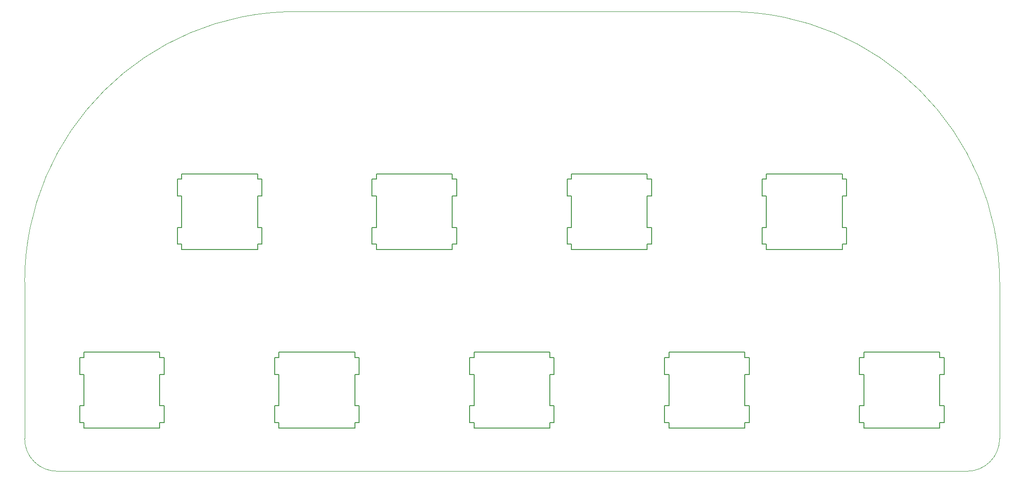
<source format=gm1>
%TF.GenerationSoftware,KiCad,Pcbnew,(6.0.7)*%
%TF.CreationDate,2022-08-31T23:23:45+08:00*%
%TF.ProjectId,popn_pico_plate,706f706e-5f70-4696-936f-5f706c617465,rev?*%
%TF.SameCoordinates,Original*%
%TF.FileFunction,Profile,NP*%
%FSLAX46Y46*%
G04 Gerber Fmt 4.6, Leading zero omitted, Abs format (unit mm)*
G04 Created by KiCad (PCBNEW (6.0.7)) date 2022-08-31 23:23:45*
%MOMM*%
%LPD*%
G01*
G04 APERTURE LIST*
%TA.AperFunction,Profile*%
%ADD10C,0.200000*%
%TD*%
%TA.AperFunction,Profile*%
%ADD11C,0.100000*%
%TD*%
G04 APERTURE END LIST*
D10*
X209070000Y-105400000D02*
X209070000Y-102300000D01*
X209070000Y-96500000D02*
X209070000Y-93400000D01*
D11*
X107320000Y-62400000D02*
G75*
G03*
X57320000Y-112400000I0J-50000000D01*
G01*
D10*
X104270000Y-135300000D02*
X103470000Y-135300000D01*
X176270000Y-129500000D02*
X176270000Y-135300000D01*
X122270000Y-105400000D02*
X122270000Y-106400000D01*
X157470000Y-96500000D02*
X158270000Y-96500000D01*
X194270000Y-92400000D02*
X194270000Y-93400000D01*
X118270000Y-135300000D02*
X118270000Y-129500000D01*
X155070000Y-135300000D02*
X154270000Y-135300000D01*
X86320000Y-92400000D02*
X86320000Y-93400000D01*
X137070000Y-93400000D02*
X136270000Y-93400000D01*
X212270000Y-126400000D02*
X211470000Y-126400000D01*
X136270000Y-105400000D02*
X137070000Y-105400000D01*
X68270000Y-125400000D02*
X68270000Y-126400000D01*
X175470000Y-138400000D02*
X176270000Y-138400000D01*
X172270000Y-93400000D02*
X172270000Y-92400000D01*
X68270000Y-129500000D02*
X68270000Y-135300000D01*
X193470000Y-102300000D02*
X193470000Y-105400000D01*
X118270000Y-129500000D02*
X119070000Y-129500000D01*
X82270000Y-129500000D02*
X83070000Y-129500000D01*
X194270000Y-106400000D02*
X208270000Y-106400000D01*
X172270000Y-105400000D02*
X173070000Y-105400000D01*
X82270000Y-126400000D02*
X82270000Y-125400000D01*
X194270000Y-105400000D02*
X194270000Y-106400000D01*
X175470000Y-126400000D02*
X175470000Y-129500000D01*
X154270000Y-129500000D02*
X155070000Y-129500000D01*
X86320000Y-93400000D02*
X85520000Y-93400000D01*
X118270000Y-139400000D02*
X118270000Y-138400000D01*
X136270000Y-106400000D02*
X136270000Y-105400000D01*
X82270000Y-139400000D02*
X82270000Y-138400000D01*
X68270000Y-138400000D02*
X68270000Y-139400000D01*
X68270000Y-139400000D02*
X82270000Y-139400000D01*
X158270000Y-92400000D02*
X158270000Y-93400000D01*
X227070000Y-135300000D02*
X226270000Y-135300000D01*
X227070000Y-129500000D02*
X227070000Y-126400000D01*
X208270000Y-93400000D02*
X208270000Y-92400000D01*
X140270000Y-129500000D02*
X140270000Y-135300000D01*
X173070000Y-105400000D02*
X173070000Y-102300000D01*
X158270000Y-106400000D02*
X172270000Y-106400000D01*
X226270000Y-139400000D02*
X226270000Y-138400000D01*
X154270000Y-139400000D02*
X154270000Y-138400000D01*
X140270000Y-126400000D02*
X139470000Y-126400000D01*
X193470000Y-93400000D02*
X193470000Y-96500000D01*
X85520000Y-105400000D02*
X86320000Y-105400000D01*
X100320000Y-102300000D02*
X100320000Y-96500000D01*
X68270000Y-135300000D02*
X67470000Y-135300000D01*
X193470000Y-96500000D02*
X194270000Y-96500000D01*
D11*
X63320000Y-147400000D02*
X231320000Y-147400000D01*
D10*
X154270000Y-138400000D02*
X155070000Y-138400000D01*
X82270000Y-125400000D02*
X68270000Y-125400000D01*
X173070000Y-93400000D02*
X172270000Y-93400000D01*
X208270000Y-96500000D02*
X209070000Y-96500000D01*
X85520000Y-102300000D02*
X85520000Y-105400000D01*
X122270000Y-92400000D02*
X122270000Y-93400000D01*
X211470000Y-129500000D02*
X212270000Y-129500000D01*
X227070000Y-138400000D02*
X227070000Y-135300000D01*
X83070000Y-126400000D02*
X82270000Y-126400000D01*
D11*
X57320000Y-112400000D02*
X57320000Y-141400000D01*
D10*
X67470000Y-129500000D02*
X68270000Y-129500000D01*
X172270000Y-106400000D02*
X172270000Y-105400000D01*
X104270000Y-126400000D02*
X103470000Y-126400000D01*
X83070000Y-138400000D02*
X83070000Y-135300000D01*
X101120000Y-96500000D02*
X101120000Y-93400000D01*
X136270000Y-96500000D02*
X137070000Y-96500000D01*
X118270000Y-138400000D02*
X119070000Y-138400000D01*
X67470000Y-138400000D02*
X68270000Y-138400000D01*
X100320000Y-93400000D02*
X100320000Y-92400000D01*
X82270000Y-138400000D02*
X83070000Y-138400000D01*
X190270000Y-129500000D02*
X191070000Y-129500000D01*
X104270000Y-139400000D02*
X118270000Y-139400000D01*
X86320000Y-106400000D02*
X100320000Y-106400000D01*
X208270000Y-105400000D02*
X209070000Y-105400000D01*
X86320000Y-102300000D02*
X85520000Y-102300000D01*
X137070000Y-102300000D02*
X136270000Y-102300000D01*
X140270000Y-139400000D02*
X154270000Y-139400000D01*
X104270000Y-138400000D02*
X104270000Y-139400000D01*
X208270000Y-92400000D02*
X194270000Y-92400000D01*
X172270000Y-92400000D02*
X158270000Y-92400000D01*
X119070000Y-138400000D02*
X119070000Y-135300000D01*
X175470000Y-129500000D02*
X176270000Y-129500000D01*
X140270000Y-125400000D02*
X140270000Y-126400000D01*
X212270000Y-129500000D02*
X212270000Y-135300000D01*
X176270000Y-139400000D02*
X190270000Y-139400000D01*
X154270000Y-125400000D02*
X140270000Y-125400000D01*
X172270000Y-96500000D02*
X173070000Y-96500000D01*
X85520000Y-96500000D02*
X86320000Y-96500000D01*
X212270000Y-138400000D02*
X212270000Y-139400000D01*
X194270000Y-93400000D02*
X193470000Y-93400000D01*
X119070000Y-126400000D02*
X118270000Y-126400000D01*
X211470000Y-138400000D02*
X212270000Y-138400000D01*
X211470000Y-135300000D02*
X211470000Y-138400000D01*
X190270000Y-135300000D02*
X190270000Y-129500000D01*
X208270000Y-106400000D02*
X208270000Y-105400000D01*
X104270000Y-125400000D02*
X104270000Y-126400000D01*
X137070000Y-96500000D02*
X137070000Y-93400000D01*
X191070000Y-129500000D02*
X191070000Y-126400000D01*
D11*
X237320000Y-141400000D02*
X237320000Y-112400000D01*
X231320000Y-147400000D02*
G75*
G03*
X237320000Y-141400000I0J6000000D01*
G01*
D10*
X157470000Y-93400000D02*
X157470000Y-96500000D01*
X226270000Y-138400000D02*
X227070000Y-138400000D01*
X103470000Y-129500000D02*
X104270000Y-129500000D01*
X121470000Y-102300000D02*
X121470000Y-105400000D01*
X212270000Y-125400000D02*
X212270000Y-126400000D01*
X101120000Y-105400000D02*
X101120000Y-102300000D01*
X121470000Y-105400000D02*
X122270000Y-105400000D01*
X136270000Y-92400000D02*
X122270000Y-92400000D01*
X212270000Y-135300000D02*
X211470000Y-135300000D01*
X83070000Y-135300000D02*
X82270000Y-135300000D01*
X158270000Y-105400000D02*
X158270000Y-106400000D01*
X104270000Y-129500000D02*
X104270000Y-135300000D01*
X136270000Y-93400000D02*
X136270000Y-92400000D01*
X154270000Y-135300000D02*
X154270000Y-129500000D01*
X139470000Y-135300000D02*
X139470000Y-138400000D01*
X209070000Y-102300000D02*
X208270000Y-102300000D01*
X86320000Y-96500000D02*
X86320000Y-102300000D01*
X140270000Y-135300000D02*
X139470000Y-135300000D01*
X176270000Y-126400000D02*
X175470000Y-126400000D01*
X101120000Y-93400000D02*
X100320000Y-93400000D01*
X100320000Y-105400000D02*
X101120000Y-105400000D01*
X67470000Y-135300000D02*
X67470000Y-138400000D01*
X226270000Y-129500000D02*
X227070000Y-129500000D01*
X86320000Y-105400000D02*
X86320000Y-106400000D01*
X139470000Y-138400000D02*
X140270000Y-138400000D01*
X122270000Y-96500000D02*
X122270000Y-102300000D01*
X103470000Y-135300000D02*
X103470000Y-138400000D01*
X157470000Y-105400000D02*
X158270000Y-105400000D01*
X121470000Y-93400000D02*
X121470000Y-96500000D01*
X121470000Y-96500000D02*
X122270000Y-96500000D01*
X122270000Y-93400000D02*
X121470000Y-93400000D01*
X118270000Y-126400000D02*
X118270000Y-125400000D01*
X136270000Y-102300000D02*
X136270000Y-96500000D01*
X140270000Y-138400000D02*
X140270000Y-139400000D01*
X139470000Y-129500000D02*
X140270000Y-129500000D01*
X209070000Y-93400000D02*
X208270000Y-93400000D01*
X100320000Y-92400000D02*
X86320000Y-92400000D01*
X137070000Y-105400000D02*
X137070000Y-102300000D01*
X119070000Y-129500000D02*
X119070000Y-126400000D01*
X154270000Y-126400000D02*
X154270000Y-125400000D01*
X227070000Y-126400000D02*
X226270000Y-126400000D01*
X194270000Y-96500000D02*
X194270000Y-102300000D01*
X68270000Y-126400000D02*
X67470000Y-126400000D01*
X122270000Y-106400000D02*
X136270000Y-106400000D01*
X158270000Y-102300000D02*
X157470000Y-102300000D01*
X100320000Y-96500000D02*
X101120000Y-96500000D01*
X176270000Y-138400000D02*
X176270000Y-139400000D01*
X191070000Y-135300000D02*
X190270000Y-135300000D01*
X155070000Y-129500000D02*
X155070000Y-126400000D01*
X139470000Y-126400000D02*
X139470000Y-129500000D01*
X190270000Y-138400000D02*
X191070000Y-138400000D01*
X194270000Y-102300000D02*
X193470000Y-102300000D01*
X101120000Y-102300000D02*
X100320000Y-102300000D01*
X155070000Y-138400000D02*
X155070000Y-135300000D01*
X193470000Y-105400000D02*
X194270000Y-105400000D01*
X190270000Y-126400000D02*
X190270000Y-125400000D01*
X119070000Y-135300000D02*
X118270000Y-135300000D01*
X211470000Y-126400000D02*
X211470000Y-129500000D01*
X173070000Y-102300000D02*
X172270000Y-102300000D01*
X226270000Y-125400000D02*
X212270000Y-125400000D01*
X82270000Y-135300000D02*
X82270000Y-129500000D01*
X118270000Y-125400000D02*
X104270000Y-125400000D01*
X208270000Y-102300000D02*
X208270000Y-96500000D01*
X173070000Y-96500000D02*
X173070000Y-93400000D01*
D11*
X187320000Y-62400000D02*
X107320000Y-62400000D01*
D10*
X100320000Y-106400000D02*
X100320000Y-105400000D01*
X158270000Y-96500000D02*
X158270000Y-102300000D01*
X85520000Y-93400000D02*
X85520000Y-96500000D01*
X190270000Y-139400000D02*
X190270000Y-138400000D01*
X191070000Y-138400000D02*
X191070000Y-135300000D01*
D11*
X57320000Y-141400000D02*
G75*
G03*
X63320000Y-147400000I6000000J0D01*
G01*
D10*
X122270000Y-102300000D02*
X121470000Y-102300000D01*
X158270000Y-93400000D02*
X157470000Y-93400000D01*
X226270000Y-126400000D02*
X226270000Y-125400000D01*
X103470000Y-126400000D02*
X103470000Y-129500000D01*
X103470000Y-138400000D02*
X104270000Y-138400000D01*
X212270000Y-139400000D02*
X226270000Y-139400000D01*
D11*
X237320000Y-112400000D02*
G75*
G03*
X187320000Y-62400000I-50000000J0D01*
G01*
D10*
X175470000Y-135300000D02*
X175470000Y-138400000D01*
X226270000Y-135300000D02*
X226270000Y-129500000D01*
X155070000Y-126400000D02*
X154270000Y-126400000D01*
X176270000Y-135300000D02*
X175470000Y-135300000D01*
X176270000Y-125400000D02*
X176270000Y-126400000D01*
X157470000Y-102300000D02*
X157470000Y-105400000D01*
X67470000Y-126400000D02*
X67470000Y-129500000D01*
X172270000Y-102300000D02*
X172270000Y-96500000D01*
X191070000Y-126400000D02*
X190270000Y-126400000D01*
X83070000Y-129500000D02*
X83070000Y-126400000D01*
X190270000Y-125400000D02*
X176270000Y-125400000D01*
M02*

</source>
